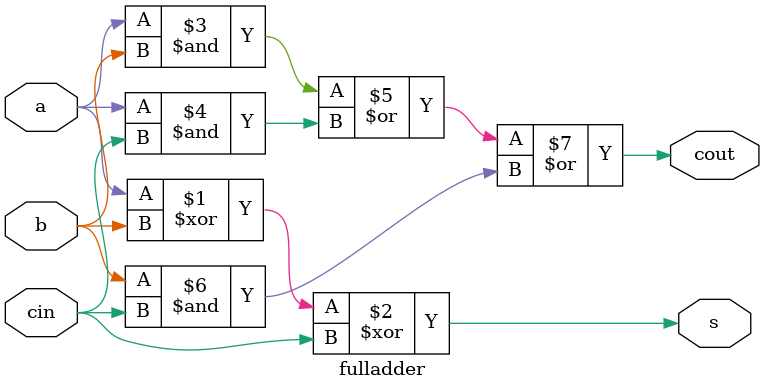
<source format=sv>
/*module fulladder (a, b, cin, s, cout);
  input a, b, cin;
  output cout, s;
  wire d;

  assign d = a ^ b;
  assign s = d ^ cin;
  assign cout = (b & ~d) | (d & cin);
endmodule  */



module fulladder (a,b,cin,s,cout);//from vide0 ckt 

output s,cout;

input a,b,cin;

assign s=a^b^cin;

assign cout=(a & b)|(a & cin)|(b & cin);

endmodule


</source>
